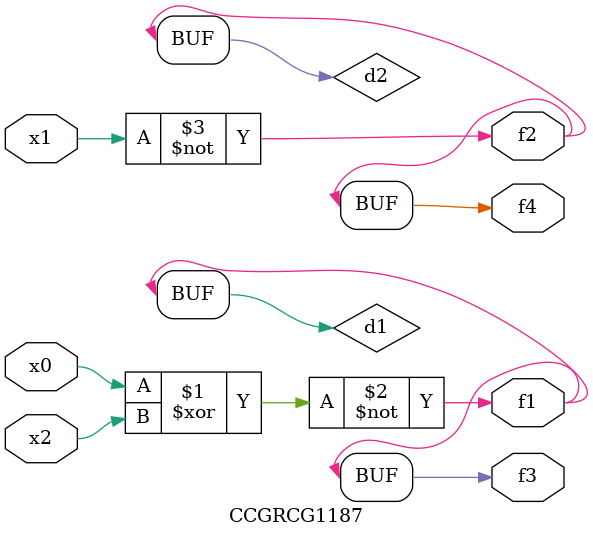
<source format=v>
module CCGRCG1187(
	input x0, x1, x2,
	output f1, f2, f3, f4
);

	wire d1, d2, d3;

	xnor (d1, x0, x2);
	nand (d2, x1);
	nor (d3, x1, x2);
	assign f1 = d1;
	assign f2 = d2;
	assign f3 = d1;
	assign f4 = d2;
endmodule

</source>
